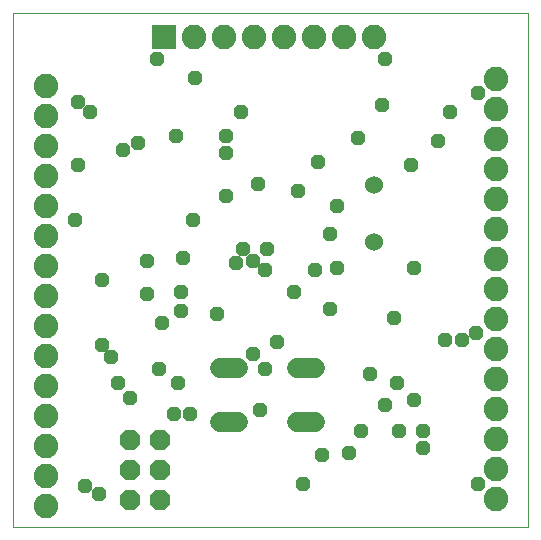
<source format=gbs>
G75*
%MOIN*%
%OFA0B0*%
%FSLAX25Y25*%
%IPPOS*%
%LPD*%
%AMOC8*
5,1,8,0,0,1.08239X$1,22.5*
%
%ADD10C,0.00000*%
%ADD11OC8,0.06902*%
%ADD12C,0.08200*%
%ADD13C,0.06000*%
%ADD14C,0.06800*%
%ADD15R,0.08200X0.08200*%
%ADD16OC8,0.04800*%
D10*
X0001800Y0001800D02*
X0001800Y0173261D01*
X0173501Y0173261D01*
X0173501Y0001800D01*
X0001800Y0001800D01*
D11*
X0040800Y0010800D03*
X0040800Y0020800D03*
X0040800Y0030800D03*
X0050800Y0030800D03*
X0050800Y0020800D03*
X0050800Y0010800D03*
D12*
X0012800Y0008800D03*
X0012800Y0018800D03*
X0012800Y0028800D03*
X0012800Y0038800D03*
X0012800Y0048800D03*
X0012800Y0058800D03*
X0012800Y0068800D03*
X0012800Y0078800D03*
X0012800Y0088800D03*
X0012800Y0098800D03*
X0012800Y0108800D03*
X0012800Y0118800D03*
X0012800Y0128800D03*
X0012800Y0138800D03*
X0012800Y0148800D03*
X0062300Y0165300D03*
X0072300Y0165300D03*
X0082300Y0165300D03*
X0092300Y0165300D03*
X0102300Y0165300D03*
X0112300Y0165300D03*
X0122300Y0165300D03*
X0162800Y0151300D03*
X0162800Y0141300D03*
X0162800Y0131300D03*
X0162800Y0121300D03*
X0162800Y0111300D03*
X0162800Y0101300D03*
X0162800Y0091300D03*
X0162800Y0081300D03*
X0162800Y0071300D03*
X0162800Y0061300D03*
X0162800Y0051300D03*
X0162800Y0041300D03*
X0162800Y0031300D03*
X0162800Y0021300D03*
X0162800Y0011300D03*
D13*
X0122300Y0096800D03*
X0122300Y0115800D03*
D14*
X0102600Y0054700D02*
X0096600Y0054700D01*
X0096600Y0036900D02*
X0102600Y0036900D01*
X0077000Y0036900D02*
X0071000Y0036900D01*
X0071000Y0054700D02*
X0077000Y0054700D01*
D15*
X0052300Y0165300D03*
D16*
X0049800Y0157800D03*
X0062600Y0151400D03*
X0077800Y0140200D03*
X0073000Y0132200D03*
X0073000Y0126600D03*
X0083400Y0116200D03*
X0073000Y0112200D03*
X0061800Y0104200D03*
X0058600Y0091400D03*
X0057800Y0080200D03*
X0057800Y0073800D03*
X0051400Y0069800D03*
X0046600Y0079400D03*
X0046600Y0090600D03*
X0031400Y0084200D03*
X0022600Y0104200D03*
X0023400Y0122600D03*
X0038600Y0127400D03*
X0043400Y0129800D03*
X0056200Y0132200D03*
X0027400Y0140200D03*
X0023400Y0143400D03*
X0076200Y0089800D03*
X0078600Y0094600D03*
X0081800Y0090600D03*
X0085800Y0087400D03*
X0086600Y0094600D03*
X0095400Y0080200D03*
X0102600Y0087400D03*
X0109800Y0088200D03*
X0107400Y0099400D03*
X0109800Y0109000D03*
X0097000Y0113800D03*
X0103400Y0123400D03*
X0117000Y0131400D03*
X0125000Y0142600D03*
X0125800Y0157800D03*
X0147400Y0140200D03*
X0143400Y0130600D03*
X0134600Y0122600D03*
X0157000Y0146600D03*
X0135400Y0088200D03*
X0129000Y0071400D03*
X0145800Y0064200D03*
X0151400Y0064200D03*
X0156200Y0066600D03*
X0135400Y0044200D03*
X0129800Y0049800D03*
X0125800Y0042600D03*
X0130600Y0033800D03*
X0138600Y0033800D03*
X0138600Y0028200D03*
X0157000Y0016200D03*
X0121000Y0053000D03*
X0117800Y0033800D03*
X0113800Y0026600D03*
X0105000Y0025800D03*
X0098600Y0016200D03*
X0084200Y0041000D03*
X0085800Y0054600D03*
X0081800Y0059400D03*
X0089800Y0063400D03*
X0107400Y0074600D03*
X0069800Y0073000D03*
X0050600Y0054600D03*
X0057000Y0049800D03*
X0055400Y0039400D03*
X0061000Y0039400D03*
X0041000Y0045000D03*
X0037000Y0049800D03*
X0034600Y0058600D03*
X0031400Y0062600D03*
X0025800Y0015400D03*
X0030600Y0013000D03*
M02*

</source>
